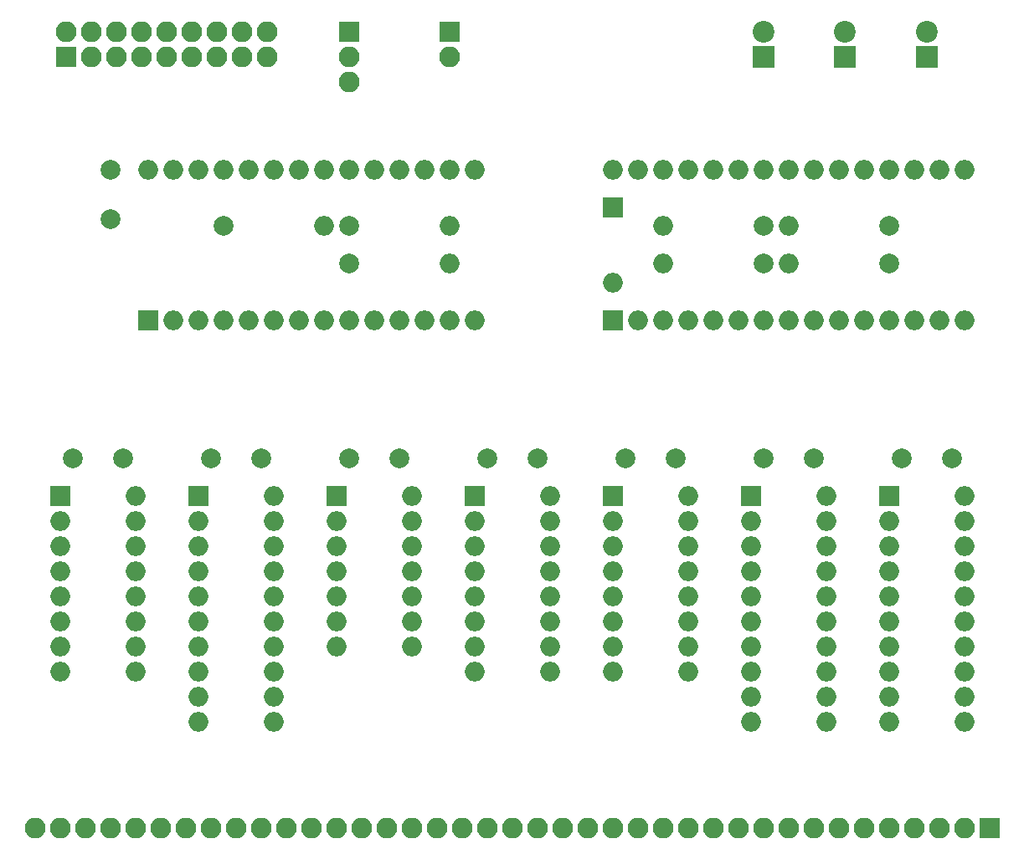
<source format=gts>
G04 #@! TF.FileFunction,Soldermask,Top*
%FSLAX46Y46*%
G04 Gerber Fmt 4.6, Leading zero omitted, Abs format (unit mm)*
G04 Created by KiCad (PCBNEW 4.0.7) date 01/21/20 19:37:14*
%MOMM*%
%LPD*%
G01*
G04 APERTURE LIST*
%ADD10C,0.100000*%
%ADD11R,2.000000X2.000000*%
%ADD12O,2.000000X2.000000*%
%ADD13C,2.000000*%
%ADD14R,2.100000X2.100000*%
%ADD15O,2.100000X2.100000*%
%ADD16R,2.200000X2.200000*%
%ADD17C,2.200000*%
G04 APERTURE END LIST*
D10*
D11*
X154940000Y-95885000D03*
D12*
X187960000Y-80645000D03*
X157480000Y-95885000D03*
X185420000Y-80645000D03*
X160020000Y-95885000D03*
X182880000Y-80645000D03*
X162560000Y-95885000D03*
X180340000Y-80645000D03*
X165100000Y-95885000D03*
X177800000Y-80645000D03*
X167640000Y-95885000D03*
X175260000Y-80645000D03*
X170180000Y-95885000D03*
X172720000Y-80645000D03*
X172720000Y-95885000D03*
X170180000Y-80645000D03*
X175260000Y-95885000D03*
X167640000Y-80645000D03*
X177800000Y-95885000D03*
X165100000Y-80645000D03*
X180340000Y-95885000D03*
X162560000Y-80645000D03*
X182880000Y-95885000D03*
X160020000Y-80645000D03*
X185420000Y-95885000D03*
X157480000Y-80645000D03*
X187960000Y-95885000D03*
X154940000Y-80645000D03*
X190500000Y-95885000D03*
X190500000Y-80645000D03*
D13*
X105410000Y-109855000D03*
X100410000Y-109855000D03*
X133350000Y-109855000D03*
X128350000Y-109855000D03*
X161290000Y-109855000D03*
X156290000Y-109855000D03*
X147320000Y-109855000D03*
X142320000Y-109855000D03*
X104140000Y-80645000D03*
X104140000Y-85645000D03*
X175260000Y-109855000D03*
X170260000Y-109855000D03*
X189230000Y-109855000D03*
X184230000Y-109855000D03*
X119380000Y-109855000D03*
X114380000Y-109855000D03*
D14*
X193040000Y-147320000D03*
D15*
X190500000Y-147320000D03*
X187960000Y-147320000D03*
X185420000Y-147320000D03*
X182880000Y-147320000D03*
X180340000Y-147320000D03*
X177800000Y-147320000D03*
X175260000Y-147320000D03*
X172720000Y-147320000D03*
X170180000Y-147320000D03*
X167640000Y-147320000D03*
X165100000Y-147320000D03*
X162560000Y-147320000D03*
X160020000Y-147320000D03*
X157480000Y-147320000D03*
X154940000Y-147320000D03*
X152400000Y-147320000D03*
X149860000Y-147320000D03*
X147320000Y-147320000D03*
X144780000Y-147320000D03*
X142240000Y-147320000D03*
X139700000Y-147320000D03*
X137160000Y-147320000D03*
X134620000Y-147320000D03*
X132080000Y-147320000D03*
X129540000Y-147320000D03*
X127000000Y-147320000D03*
X124460000Y-147320000D03*
X121920000Y-147320000D03*
X119380000Y-147320000D03*
X116840000Y-147320000D03*
X114300000Y-147320000D03*
X111760000Y-147320000D03*
X109220000Y-147320000D03*
X106680000Y-147320000D03*
X104140000Y-147320000D03*
X101600000Y-147320000D03*
X99060000Y-147320000D03*
X96520000Y-147320000D03*
D11*
X99060000Y-113665000D03*
D12*
X106680000Y-131445000D03*
X99060000Y-116205000D03*
X106680000Y-128905000D03*
X99060000Y-118745000D03*
X106680000Y-126365000D03*
X99060000Y-121285000D03*
X106680000Y-123825000D03*
X99060000Y-123825000D03*
X106680000Y-121285000D03*
X99060000Y-126365000D03*
X106680000Y-118745000D03*
X99060000Y-128905000D03*
X106680000Y-116205000D03*
X99060000Y-131445000D03*
X106680000Y-113665000D03*
D16*
X186690000Y-69215000D03*
D17*
X186690000Y-66675000D03*
D16*
X178435000Y-69215000D03*
D17*
X178435000Y-66675000D03*
D16*
X170180000Y-69215000D03*
D17*
X170180000Y-66675000D03*
D11*
X154940000Y-84455000D03*
D12*
X154940000Y-92075000D03*
D14*
X99695000Y-69215000D03*
D15*
X99695000Y-66675000D03*
X102235000Y-69215000D03*
X102235000Y-66675000D03*
X104775000Y-69215000D03*
X104775000Y-66675000D03*
X107315000Y-69215000D03*
X107315000Y-66675000D03*
X109855000Y-69215000D03*
X109855000Y-66675000D03*
X112395000Y-69215000D03*
X112395000Y-66675000D03*
X114935000Y-69215000D03*
X114935000Y-66675000D03*
X117475000Y-69215000D03*
X117475000Y-66675000D03*
X120015000Y-69215000D03*
X120015000Y-66675000D03*
D14*
X138430000Y-66675000D03*
D15*
X138430000Y-69215000D03*
D14*
X128270000Y-66675000D03*
D15*
X128270000Y-69215000D03*
X128270000Y-71755000D03*
D13*
X182880000Y-90170000D03*
D12*
X172720000Y-90170000D03*
D13*
X182880000Y-86360000D03*
D12*
X172720000Y-86360000D03*
D13*
X170180000Y-86360000D03*
D12*
X160020000Y-86360000D03*
D13*
X170180000Y-90170000D03*
D12*
X160020000Y-90170000D03*
D11*
X127000000Y-113665000D03*
D12*
X134620000Y-128905000D03*
X127000000Y-116205000D03*
X134620000Y-126365000D03*
X127000000Y-118745000D03*
X134620000Y-123825000D03*
X127000000Y-121285000D03*
X134620000Y-121285000D03*
X127000000Y-123825000D03*
X134620000Y-118745000D03*
X127000000Y-126365000D03*
X134620000Y-116205000D03*
X127000000Y-128905000D03*
X134620000Y-113665000D03*
D11*
X154940000Y-113665000D03*
D12*
X162560000Y-131445000D03*
X154940000Y-116205000D03*
X162560000Y-128905000D03*
X154940000Y-118745000D03*
X162560000Y-126365000D03*
X154940000Y-121285000D03*
X162560000Y-123825000D03*
X154940000Y-123825000D03*
X162560000Y-121285000D03*
X154940000Y-126365000D03*
X162560000Y-118745000D03*
X154940000Y-128905000D03*
X162560000Y-116205000D03*
X154940000Y-131445000D03*
X162560000Y-113665000D03*
D11*
X140970000Y-113665000D03*
D12*
X148590000Y-131445000D03*
X140970000Y-116205000D03*
X148590000Y-128905000D03*
X140970000Y-118745000D03*
X148590000Y-126365000D03*
X140970000Y-121285000D03*
X148590000Y-123825000D03*
X140970000Y-123825000D03*
X148590000Y-121285000D03*
X140970000Y-126365000D03*
X148590000Y-118745000D03*
X140970000Y-128905000D03*
X148590000Y-116205000D03*
X140970000Y-131445000D03*
X148590000Y-113665000D03*
D11*
X107950000Y-95885000D03*
D12*
X140970000Y-80645000D03*
X110490000Y-95885000D03*
X138430000Y-80645000D03*
X113030000Y-95885000D03*
X135890000Y-80645000D03*
X115570000Y-95885000D03*
X133350000Y-80645000D03*
X118110000Y-95885000D03*
X130810000Y-80645000D03*
X120650000Y-95885000D03*
X128270000Y-80645000D03*
X123190000Y-95885000D03*
X125730000Y-80645000D03*
X125730000Y-95885000D03*
X123190000Y-80645000D03*
X128270000Y-95885000D03*
X120650000Y-80645000D03*
X130810000Y-95885000D03*
X118110000Y-80645000D03*
X133350000Y-95885000D03*
X115570000Y-80645000D03*
X135890000Y-95885000D03*
X113030000Y-80645000D03*
X138430000Y-95885000D03*
X110490000Y-80645000D03*
X140970000Y-95885000D03*
X107950000Y-80645000D03*
D11*
X168910000Y-113665000D03*
D12*
X176530000Y-136525000D03*
X168910000Y-116205000D03*
X176530000Y-133985000D03*
X168910000Y-118745000D03*
X176530000Y-131445000D03*
X168910000Y-121285000D03*
X176530000Y-128905000D03*
X168910000Y-123825000D03*
X176530000Y-126365000D03*
X168910000Y-126365000D03*
X176530000Y-123825000D03*
X168910000Y-128905000D03*
X176530000Y-121285000D03*
X168910000Y-131445000D03*
X176530000Y-118745000D03*
X168910000Y-133985000D03*
X176530000Y-116205000D03*
X168910000Y-136525000D03*
X176530000Y-113665000D03*
D11*
X182880000Y-113665000D03*
D12*
X190500000Y-136525000D03*
X182880000Y-116205000D03*
X190500000Y-133985000D03*
X182880000Y-118745000D03*
X190500000Y-131445000D03*
X182880000Y-121285000D03*
X190500000Y-128905000D03*
X182880000Y-123825000D03*
X190500000Y-126365000D03*
X182880000Y-126365000D03*
X190500000Y-123825000D03*
X182880000Y-128905000D03*
X190500000Y-121285000D03*
X182880000Y-131445000D03*
X190500000Y-118745000D03*
X182880000Y-133985000D03*
X190500000Y-116205000D03*
X182880000Y-136525000D03*
X190500000Y-113665000D03*
D11*
X113030000Y-113665000D03*
D12*
X120650000Y-136525000D03*
X113030000Y-116205000D03*
X120650000Y-133985000D03*
X113030000Y-118745000D03*
X120650000Y-131445000D03*
X113030000Y-121285000D03*
X120650000Y-128905000D03*
X113030000Y-123825000D03*
X120650000Y-126365000D03*
X113030000Y-126365000D03*
X120650000Y-123825000D03*
X113030000Y-128905000D03*
X120650000Y-121285000D03*
X113030000Y-131445000D03*
X120650000Y-118745000D03*
X113030000Y-133985000D03*
X120650000Y-116205000D03*
X113030000Y-136525000D03*
X120650000Y-113665000D03*
D13*
X128270000Y-90170000D03*
D12*
X138430000Y-90170000D03*
D13*
X128270000Y-86360000D03*
D12*
X138430000Y-86360000D03*
D13*
X115570000Y-86360000D03*
D12*
X125730000Y-86360000D03*
M02*

</source>
